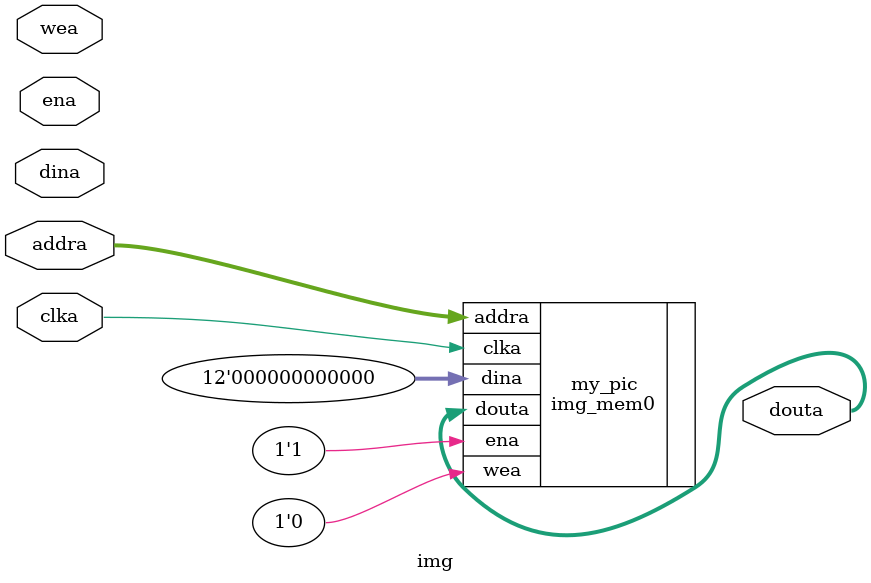
<source format=v>

module img(
    input clka,
    input ena,
    input wea,
    input [31:0] addra,
    input [11:0] dina,
    output [11:0] douta
);

    
    /* verilator lint_off WIDTHTRUNC */
    wire [31:0] pix_x = addra % 640, pix_y = addra / 640;

    /* verilator lint_on WIDTHTRUNC */
    // here is the temporary test, we ignore those dangerous behaviors
    //wire [31:0] pix_data_R, pix_data_G, pix_data_B;
    //assign pix_data_R = (pix_x / 80) + (pix_y / 60);//temp_r[7:4];
    //assign pix_data_G = (pix_x / 40);//temp_g[7:4];
    //assign pix_data_B = (pix_y / 30);//temp_b[7:4];
    //assign douta = ((480 - pix_y) >((pix_x - 320)*(pix_x - 320)) / 250) ? {pix_data_R[3:0], pix_data_G[3:0], pix_data_B[3:0]} : 0 ;//pix_data;
    img_mem0 my_pic(.clka(clka),.ena(1'b1),.wea(1'b0),.addra({addra}),.dina(12'd0),.douta(douta));
endmodule
</source>
